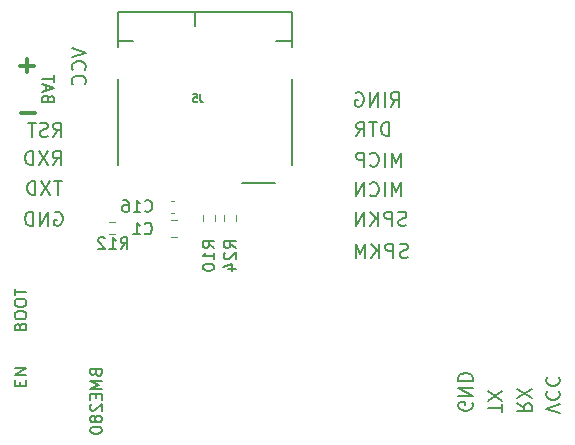
<source format=gbr>
%TF.GenerationSoftware,KiCad,Pcbnew,7.0.2*%
%TF.CreationDate,2024-04-03T12:52:24+03:00*%
%TF.ProjectId,gps_tracer,6770735f-7472-4616-9365-722e6b696361,rev?*%
%TF.SameCoordinates,Original*%
%TF.FileFunction,Legend,Bot*%
%TF.FilePolarity,Positive*%
%FSLAX46Y46*%
G04 Gerber Fmt 4.6, Leading zero omitted, Abs format (unit mm)*
G04 Created by KiCad (PCBNEW 7.0.2) date 2024-04-03 12:52:24*
%MOMM*%
%LPD*%
G01*
G04 APERTURE LIST*
%ADD10C,0.300000*%
%ADD11C,0.150000*%
%ADD12C,0.200000*%
%ADD13C,0.120000*%
G04 APERTURE END LIST*
D10*
X50902857Y-45765000D02*
X49760000Y-45765000D01*
X50832857Y-41735000D02*
X49690000Y-41735000D01*
X50261428Y-42306428D02*
X50261428Y-41163571D01*
D11*
X52076190Y-44508571D02*
X52028571Y-44365714D01*
X52028571Y-44365714D02*
X51980952Y-44318095D01*
X51980952Y-44318095D02*
X51885714Y-44270476D01*
X51885714Y-44270476D02*
X51742857Y-44270476D01*
X51742857Y-44270476D02*
X51647619Y-44318095D01*
X51647619Y-44318095D02*
X51600000Y-44365714D01*
X51600000Y-44365714D02*
X51552380Y-44460952D01*
X51552380Y-44460952D02*
X51552380Y-44841904D01*
X51552380Y-44841904D02*
X52552380Y-44841904D01*
X52552380Y-44841904D02*
X52552380Y-44508571D01*
X52552380Y-44508571D02*
X52504761Y-44413333D01*
X52504761Y-44413333D02*
X52457142Y-44365714D01*
X52457142Y-44365714D02*
X52361904Y-44318095D01*
X52361904Y-44318095D02*
X52266666Y-44318095D01*
X52266666Y-44318095D02*
X52171428Y-44365714D01*
X52171428Y-44365714D02*
X52123809Y-44413333D01*
X52123809Y-44413333D02*
X52076190Y-44508571D01*
X52076190Y-44508571D02*
X52076190Y-44841904D01*
X51838095Y-43889523D02*
X51838095Y-43413333D01*
X51552380Y-43984761D02*
X52552380Y-43651428D01*
X52552380Y-43651428D02*
X51552380Y-43318095D01*
X52552380Y-43127618D02*
X52552380Y-42556190D01*
X51552380Y-42841904D02*
X52552380Y-42841904D01*
D12*
%TO.C,U6*%
X91792057Y-70304371D02*
X92363485Y-70704371D01*
X91792057Y-70990085D02*
X92992057Y-70990085D01*
X92992057Y-70990085D02*
X92992057Y-70532942D01*
X92992057Y-70532942D02*
X92934914Y-70418657D01*
X92934914Y-70418657D02*
X92877771Y-70361514D01*
X92877771Y-70361514D02*
X92763485Y-70304371D01*
X92763485Y-70304371D02*
X92592057Y-70304371D01*
X92592057Y-70304371D02*
X92477771Y-70361514D01*
X92477771Y-70361514D02*
X92420628Y-70418657D01*
X92420628Y-70418657D02*
X92363485Y-70532942D01*
X92363485Y-70532942D02*
X92363485Y-70990085D01*
X92992057Y-69904371D02*
X91792057Y-69104371D01*
X92992057Y-69104371D02*
X91792057Y-69904371D01*
X95392057Y-71161514D02*
X94192057Y-70761514D01*
X94192057Y-70761514D02*
X95392057Y-70361514D01*
X94306342Y-69275800D02*
X94249200Y-69332943D01*
X94249200Y-69332943D02*
X94192057Y-69504371D01*
X94192057Y-69504371D02*
X94192057Y-69618657D01*
X94192057Y-69618657D02*
X94249200Y-69790086D01*
X94249200Y-69790086D02*
X94363485Y-69904371D01*
X94363485Y-69904371D02*
X94477771Y-69961514D01*
X94477771Y-69961514D02*
X94706342Y-70018657D01*
X94706342Y-70018657D02*
X94877771Y-70018657D01*
X94877771Y-70018657D02*
X95106342Y-69961514D01*
X95106342Y-69961514D02*
X95220628Y-69904371D01*
X95220628Y-69904371D02*
X95334914Y-69790086D01*
X95334914Y-69790086D02*
X95392057Y-69618657D01*
X95392057Y-69618657D02*
X95392057Y-69504371D01*
X95392057Y-69504371D02*
X95334914Y-69332943D01*
X95334914Y-69332943D02*
X95277771Y-69275800D01*
X94306342Y-68075800D02*
X94249200Y-68132943D01*
X94249200Y-68132943D02*
X94192057Y-68304371D01*
X94192057Y-68304371D02*
X94192057Y-68418657D01*
X94192057Y-68418657D02*
X94249200Y-68590086D01*
X94249200Y-68590086D02*
X94363485Y-68704371D01*
X94363485Y-68704371D02*
X94477771Y-68761514D01*
X94477771Y-68761514D02*
X94706342Y-68818657D01*
X94706342Y-68818657D02*
X94877771Y-68818657D01*
X94877771Y-68818657D02*
X95106342Y-68761514D01*
X95106342Y-68761514D02*
X95220628Y-68704371D01*
X95220628Y-68704371D02*
X95334914Y-68590086D01*
X95334914Y-68590086D02*
X95392057Y-68418657D01*
X95392057Y-68418657D02*
X95392057Y-68304371D01*
X95392057Y-68304371D02*
X95334914Y-68132943D01*
X95334914Y-68132943D02*
X95277771Y-68075800D01*
X87934914Y-70261514D02*
X87992057Y-70375800D01*
X87992057Y-70375800D02*
X87992057Y-70547228D01*
X87992057Y-70547228D02*
X87934914Y-70718657D01*
X87934914Y-70718657D02*
X87820628Y-70832942D01*
X87820628Y-70832942D02*
X87706342Y-70890085D01*
X87706342Y-70890085D02*
X87477771Y-70947228D01*
X87477771Y-70947228D02*
X87306342Y-70947228D01*
X87306342Y-70947228D02*
X87077771Y-70890085D01*
X87077771Y-70890085D02*
X86963485Y-70832942D01*
X86963485Y-70832942D02*
X86849200Y-70718657D01*
X86849200Y-70718657D02*
X86792057Y-70547228D01*
X86792057Y-70547228D02*
X86792057Y-70432942D01*
X86792057Y-70432942D02*
X86849200Y-70261514D01*
X86849200Y-70261514D02*
X86906342Y-70204371D01*
X86906342Y-70204371D02*
X87306342Y-70204371D01*
X87306342Y-70204371D02*
X87306342Y-70432942D01*
X86792057Y-69690085D02*
X87992057Y-69690085D01*
X87992057Y-69690085D02*
X86792057Y-69004371D01*
X86792057Y-69004371D02*
X87992057Y-69004371D01*
X86792057Y-68432942D02*
X87992057Y-68432942D01*
X87992057Y-68432942D02*
X87992057Y-68147228D01*
X87992057Y-68147228D02*
X87934914Y-67975799D01*
X87934914Y-67975799D02*
X87820628Y-67861514D01*
X87820628Y-67861514D02*
X87706342Y-67804371D01*
X87706342Y-67804371D02*
X87477771Y-67747228D01*
X87477771Y-67747228D02*
X87306342Y-67747228D01*
X87306342Y-67747228D02*
X87077771Y-67804371D01*
X87077771Y-67804371D02*
X86963485Y-67861514D01*
X86963485Y-67861514D02*
X86849200Y-67975799D01*
X86849200Y-67975799D02*
X86792057Y-68147228D01*
X86792057Y-68147228D02*
X86792057Y-68432942D01*
X90492057Y-71061514D02*
X90492057Y-70375800D01*
X89292057Y-70718657D02*
X90492057Y-70718657D01*
X90492057Y-70090085D02*
X89292057Y-69290085D01*
X90492057Y-69290085D02*
X89292057Y-70090085D01*
%TO.C,U7*%
X52605714Y-54150285D02*
X52720000Y-54093142D01*
X52720000Y-54093142D02*
X52891428Y-54093142D01*
X52891428Y-54093142D02*
X53062857Y-54150285D01*
X53062857Y-54150285D02*
X53177142Y-54264571D01*
X53177142Y-54264571D02*
X53234285Y-54378857D01*
X53234285Y-54378857D02*
X53291428Y-54607428D01*
X53291428Y-54607428D02*
X53291428Y-54778857D01*
X53291428Y-54778857D02*
X53234285Y-55007428D01*
X53234285Y-55007428D02*
X53177142Y-55121714D01*
X53177142Y-55121714D02*
X53062857Y-55236000D01*
X53062857Y-55236000D02*
X52891428Y-55293142D01*
X52891428Y-55293142D02*
X52777142Y-55293142D01*
X52777142Y-55293142D02*
X52605714Y-55236000D01*
X52605714Y-55236000D02*
X52548571Y-55178857D01*
X52548571Y-55178857D02*
X52548571Y-54778857D01*
X52548571Y-54778857D02*
X52777142Y-54778857D01*
X52034285Y-55293142D02*
X52034285Y-54093142D01*
X52034285Y-54093142D02*
X51348571Y-55293142D01*
X51348571Y-55293142D02*
X51348571Y-54093142D01*
X50777142Y-55293142D02*
X50777142Y-54093142D01*
X50777142Y-54093142D02*
X50491428Y-54093142D01*
X50491428Y-54093142D02*
X50319999Y-54150285D01*
X50319999Y-54150285D02*
X50205714Y-54264571D01*
X50205714Y-54264571D02*
X50148571Y-54378857D01*
X50148571Y-54378857D02*
X50091428Y-54607428D01*
X50091428Y-54607428D02*
X50091428Y-54778857D01*
X50091428Y-54778857D02*
X50148571Y-55007428D01*
X50148571Y-55007428D02*
X50205714Y-55121714D01*
X50205714Y-55121714D02*
X50319999Y-55236000D01*
X50319999Y-55236000D02*
X50491428Y-55293142D01*
X50491428Y-55293142D02*
X50777142Y-55293142D01*
X81934285Y-50293142D02*
X81934285Y-49093142D01*
X81934285Y-49093142D02*
X81534285Y-49950285D01*
X81534285Y-49950285D02*
X81134285Y-49093142D01*
X81134285Y-49093142D02*
X81134285Y-50293142D01*
X80562856Y-50293142D02*
X80562856Y-49093142D01*
X79305713Y-50178857D02*
X79362856Y-50236000D01*
X79362856Y-50236000D02*
X79534284Y-50293142D01*
X79534284Y-50293142D02*
X79648570Y-50293142D01*
X79648570Y-50293142D02*
X79819999Y-50236000D01*
X79819999Y-50236000D02*
X79934284Y-50121714D01*
X79934284Y-50121714D02*
X79991427Y-50007428D01*
X79991427Y-50007428D02*
X80048570Y-49778857D01*
X80048570Y-49778857D02*
X80048570Y-49607428D01*
X80048570Y-49607428D02*
X79991427Y-49378857D01*
X79991427Y-49378857D02*
X79934284Y-49264571D01*
X79934284Y-49264571D02*
X79819999Y-49150285D01*
X79819999Y-49150285D02*
X79648570Y-49093142D01*
X79648570Y-49093142D02*
X79534284Y-49093142D01*
X79534284Y-49093142D02*
X79362856Y-49150285D01*
X79362856Y-49150285D02*
X79305713Y-49207428D01*
X78791427Y-50293142D02*
X78791427Y-49093142D01*
X78791427Y-49093142D02*
X78334284Y-49093142D01*
X78334284Y-49093142D02*
X78219999Y-49150285D01*
X78219999Y-49150285D02*
X78162856Y-49207428D01*
X78162856Y-49207428D02*
X78105713Y-49321714D01*
X78105713Y-49321714D02*
X78105713Y-49493142D01*
X78105713Y-49493142D02*
X78162856Y-49607428D01*
X78162856Y-49607428D02*
X78219999Y-49664571D01*
X78219999Y-49664571D02*
X78334284Y-49721714D01*
X78334284Y-49721714D02*
X78791427Y-49721714D01*
X81934285Y-52793142D02*
X81934285Y-51593142D01*
X81934285Y-51593142D02*
X81534285Y-52450285D01*
X81534285Y-52450285D02*
X81134285Y-51593142D01*
X81134285Y-51593142D02*
X81134285Y-52793142D01*
X80562856Y-52793142D02*
X80562856Y-51593142D01*
X79305713Y-52678857D02*
X79362856Y-52736000D01*
X79362856Y-52736000D02*
X79534284Y-52793142D01*
X79534284Y-52793142D02*
X79648570Y-52793142D01*
X79648570Y-52793142D02*
X79819999Y-52736000D01*
X79819999Y-52736000D02*
X79934284Y-52621714D01*
X79934284Y-52621714D02*
X79991427Y-52507428D01*
X79991427Y-52507428D02*
X80048570Y-52278857D01*
X80048570Y-52278857D02*
X80048570Y-52107428D01*
X80048570Y-52107428D02*
X79991427Y-51878857D01*
X79991427Y-51878857D02*
X79934284Y-51764571D01*
X79934284Y-51764571D02*
X79819999Y-51650285D01*
X79819999Y-51650285D02*
X79648570Y-51593142D01*
X79648570Y-51593142D02*
X79534284Y-51593142D01*
X79534284Y-51593142D02*
X79362856Y-51650285D01*
X79362856Y-51650285D02*
X79305713Y-51707428D01*
X78791427Y-52793142D02*
X78791427Y-51593142D01*
X78791427Y-51593142D02*
X78105713Y-52793142D01*
X78105713Y-52793142D02*
X78105713Y-51593142D01*
X82491428Y-57936000D02*
X82320000Y-57993142D01*
X82320000Y-57993142D02*
X82034285Y-57993142D01*
X82034285Y-57993142D02*
X81920000Y-57936000D01*
X81920000Y-57936000D02*
X81862857Y-57878857D01*
X81862857Y-57878857D02*
X81805714Y-57764571D01*
X81805714Y-57764571D02*
X81805714Y-57650285D01*
X81805714Y-57650285D02*
X81862857Y-57536000D01*
X81862857Y-57536000D02*
X81920000Y-57478857D01*
X81920000Y-57478857D02*
X82034285Y-57421714D01*
X82034285Y-57421714D02*
X82262857Y-57364571D01*
X82262857Y-57364571D02*
X82377142Y-57307428D01*
X82377142Y-57307428D02*
X82434285Y-57250285D01*
X82434285Y-57250285D02*
X82491428Y-57136000D01*
X82491428Y-57136000D02*
X82491428Y-57021714D01*
X82491428Y-57021714D02*
X82434285Y-56907428D01*
X82434285Y-56907428D02*
X82377142Y-56850285D01*
X82377142Y-56850285D02*
X82262857Y-56793142D01*
X82262857Y-56793142D02*
X81977142Y-56793142D01*
X81977142Y-56793142D02*
X81805714Y-56850285D01*
X81291428Y-57993142D02*
X81291428Y-56793142D01*
X81291428Y-56793142D02*
X80834285Y-56793142D01*
X80834285Y-56793142D02*
X80720000Y-56850285D01*
X80720000Y-56850285D02*
X80662857Y-56907428D01*
X80662857Y-56907428D02*
X80605714Y-57021714D01*
X80605714Y-57021714D02*
X80605714Y-57193142D01*
X80605714Y-57193142D02*
X80662857Y-57307428D01*
X80662857Y-57307428D02*
X80720000Y-57364571D01*
X80720000Y-57364571D02*
X80834285Y-57421714D01*
X80834285Y-57421714D02*
X81291428Y-57421714D01*
X80091428Y-57993142D02*
X80091428Y-56793142D01*
X79405714Y-57993142D02*
X79920000Y-57307428D01*
X79405714Y-56793142D02*
X80091428Y-57478857D01*
X78891428Y-57993142D02*
X78891428Y-56793142D01*
X78891428Y-56793142D02*
X78491428Y-57650285D01*
X78491428Y-57650285D02*
X78091428Y-56793142D01*
X78091428Y-56793142D02*
X78091428Y-57993142D01*
X52478571Y-47753142D02*
X52878571Y-47181714D01*
X53164285Y-47753142D02*
X53164285Y-46553142D01*
X53164285Y-46553142D02*
X52707142Y-46553142D01*
X52707142Y-46553142D02*
X52592857Y-46610285D01*
X52592857Y-46610285D02*
X52535714Y-46667428D01*
X52535714Y-46667428D02*
X52478571Y-46781714D01*
X52478571Y-46781714D02*
X52478571Y-46953142D01*
X52478571Y-46953142D02*
X52535714Y-47067428D01*
X52535714Y-47067428D02*
X52592857Y-47124571D01*
X52592857Y-47124571D02*
X52707142Y-47181714D01*
X52707142Y-47181714D02*
X53164285Y-47181714D01*
X52021428Y-47696000D02*
X51850000Y-47753142D01*
X51850000Y-47753142D02*
X51564285Y-47753142D01*
X51564285Y-47753142D02*
X51450000Y-47696000D01*
X51450000Y-47696000D02*
X51392857Y-47638857D01*
X51392857Y-47638857D02*
X51335714Y-47524571D01*
X51335714Y-47524571D02*
X51335714Y-47410285D01*
X51335714Y-47410285D02*
X51392857Y-47296000D01*
X51392857Y-47296000D02*
X51450000Y-47238857D01*
X51450000Y-47238857D02*
X51564285Y-47181714D01*
X51564285Y-47181714D02*
X51792857Y-47124571D01*
X51792857Y-47124571D02*
X51907142Y-47067428D01*
X51907142Y-47067428D02*
X51964285Y-47010285D01*
X51964285Y-47010285D02*
X52021428Y-46896000D01*
X52021428Y-46896000D02*
X52021428Y-46781714D01*
X52021428Y-46781714D02*
X51964285Y-46667428D01*
X51964285Y-46667428D02*
X51907142Y-46610285D01*
X51907142Y-46610285D02*
X51792857Y-46553142D01*
X51792857Y-46553142D02*
X51507142Y-46553142D01*
X51507142Y-46553142D02*
X51335714Y-46610285D01*
X50992857Y-46553142D02*
X50307143Y-46553142D01*
X50650000Y-47753142D02*
X50650000Y-46553142D01*
X53205714Y-51493142D02*
X52520000Y-51493142D01*
X52862857Y-52693142D02*
X52862857Y-51493142D01*
X52234285Y-51493142D02*
X51434285Y-52693142D01*
X51434285Y-51493142D02*
X52234285Y-52693142D01*
X50977142Y-52693142D02*
X50977142Y-51493142D01*
X50977142Y-51493142D02*
X50691428Y-51493142D01*
X50691428Y-51493142D02*
X50519999Y-51550285D01*
X50519999Y-51550285D02*
X50405714Y-51664571D01*
X50405714Y-51664571D02*
X50348571Y-51778857D01*
X50348571Y-51778857D02*
X50291428Y-52007428D01*
X50291428Y-52007428D02*
X50291428Y-52178857D01*
X50291428Y-52178857D02*
X50348571Y-52407428D01*
X50348571Y-52407428D02*
X50405714Y-52521714D01*
X50405714Y-52521714D02*
X50519999Y-52636000D01*
X50519999Y-52636000D02*
X50691428Y-52693142D01*
X50691428Y-52693142D02*
X50977142Y-52693142D01*
X54053142Y-40224285D02*
X55253142Y-40624285D01*
X55253142Y-40624285D02*
X54053142Y-41024285D01*
X55138857Y-42109999D02*
X55196000Y-42052856D01*
X55196000Y-42052856D02*
X55253142Y-41881428D01*
X55253142Y-41881428D02*
X55253142Y-41767142D01*
X55253142Y-41767142D02*
X55196000Y-41595713D01*
X55196000Y-41595713D02*
X55081714Y-41481428D01*
X55081714Y-41481428D02*
X54967428Y-41424285D01*
X54967428Y-41424285D02*
X54738857Y-41367142D01*
X54738857Y-41367142D02*
X54567428Y-41367142D01*
X54567428Y-41367142D02*
X54338857Y-41424285D01*
X54338857Y-41424285D02*
X54224571Y-41481428D01*
X54224571Y-41481428D02*
X54110285Y-41595713D01*
X54110285Y-41595713D02*
X54053142Y-41767142D01*
X54053142Y-41767142D02*
X54053142Y-41881428D01*
X54053142Y-41881428D02*
X54110285Y-42052856D01*
X54110285Y-42052856D02*
X54167428Y-42109999D01*
X55138857Y-43309999D02*
X55196000Y-43252856D01*
X55196000Y-43252856D02*
X55253142Y-43081428D01*
X55253142Y-43081428D02*
X55253142Y-42967142D01*
X55253142Y-42967142D02*
X55196000Y-42795713D01*
X55196000Y-42795713D02*
X55081714Y-42681428D01*
X55081714Y-42681428D02*
X54967428Y-42624285D01*
X54967428Y-42624285D02*
X54738857Y-42567142D01*
X54738857Y-42567142D02*
X54567428Y-42567142D01*
X54567428Y-42567142D02*
X54338857Y-42624285D01*
X54338857Y-42624285D02*
X54224571Y-42681428D01*
X54224571Y-42681428D02*
X54110285Y-42795713D01*
X54110285Y-42795713D02*
X54053142Y-42967142D01*
X54053142Y-42967142D02*
X54053142Y-43081428D01*
X54053142Y-43081428D02*
X54110285Y-43252856D01*
X54110285Y-43252856D02*
X54167428Y-43309999D01*
X81048571Y-45193142D02*
X81448571Y-44621714D01*
X81734285Y-45193142D02*
X81734285Y-43993142D01*
X81734285Y-43993142D02*
X81277142Y-43993142D01*
X81277142Y-43993142D02*
X81162857Y-44050285D01*
X81162857Y-44050285D02*
X81105714Y-44107428D01*
X81105714Y-44107428D02*
X81048571Y-44221714D01*
X81048571Y-44221714D02*
X81048571Y-44393142D01*
X81048571Y-44393142D02*
X81105714Y-44507428D01*
X81105714Y-44507428D02*
X81162857Y-44564571D01*
X81162857Y-44564571D02*
X81277142Y-44621714D01*
X81277142Y-44621714D02*
X81734285Y-44621714D01*
X80534285Y-45193142D02*
X80534285Y-43993142D01*
X79962856Y-45193142D02*
X79962856Y-43993142D01*
X79962856Y-43993142D02*
X79277142Y-45193142D01*
X79277142Y-45193142D02*
X79277142Y-43993142D01*
X78077142Y-44050285D02*
X78191428Y-43993142D01*
X78191428Y-43993142D02*
X78362856Y-43993142D01*
X78362856Y-43993142D02*
X78534285Y-44050285D01*
X78534285Y-44050285D02*
X78648570Y-44164571D01*
X78648570Y-44164571D02*
X78705713Y-44278857D01*
X78705713Y-44278857D02*
X78762856Y-44507428D01*
X78762856Y-44507428D02*
X78762856Y-44678857D01*
X78762856Y-44678857D02*
X78705713Y-44907428D01*
X78705713Y-44907428D02*
X78648570Y-45021714D01*
X78648570Y-45021714D02*
X78534285Y-45136000D01*
X78534285Y-45136000D02*
X78362856Y-45193142D01*
X78362856Y-45193142D02*
X78248570Y-45193142D01*
X78248570Y-45193142D02*
X78077142Y-45136000D01*
X78077142Y-45136000D02*
X78019999Y-45078857D01*
X78019999Y-45078857D02*
X78019999Y-44678857D01*
X78019999Y-44678857D02*
X78248570Y-44678857D01*
X52448571Y-50148142D02*
X52848571Y-49576714D01*
X53134285Y-50148142D02*
X53134285Y-48948142D01*
X53134285Y-48948142D02*
X52677142Y-48948142D01*
X52677142Y-48948142D02*
X52562857Y-49005285D01*
X52562857Y-49005285D02*
X52505714Y-49062428D01*
X52505714Y-49062428D02*
X52448571Y-49176714D01*
X52448571Y-49176714D02*
X52448571Y-49348142D01*
X52448571Y-49348142D02*
X52505714Y-49462428D01*
X52505714Y-49462428D02*
X52562857Y-49519571D01*
X52562857Y-49519571D02*
X52677142Y-49576714D01*
X52677142Y-49576714D02*
X53134285Y-49576714D01*
X52048571Y-48948142D02*
X51248571Y-50148142D01*
X51248571Y-48948142D02*
X52048571Y-50148142D01*
X50791428Y-50148142D02*
X50791428Y-48948142D01*
X50791428Y-48948142D02*
X50505714Y-48948142D01*
X50505714Y-48948142D02*
X50334285Y-49005285D01*
X50334285Y-49005285D02*
X50220000Y-49119571D01*
X50220000Y-49119571D02*
X50162857Y-49233857D01*
X50162857Y-49233857D02*
X50105714Y-49462428D01*
X50105714Y-49462428D02*
X50105714Y-49633857D01*
X50105714Y-49633857D02*
X50162857Y-49862428D01*
X50162857Y-49862428D02*
X50220000Y-49976714D01*
X50220000Y-49976714D02*
X50334285Y-50091000D01*
X50334285Y-50091000D02*
X50505714Y-50148142D01*
X50505714Y-50148142D02*
X50791428Y-50148142D01*
X80934285Y-47693142D02*
X80934285Y-46493142D01*
X80934285Y-46493142D02*
X80648571Y-46493142D01*
X80648571Y-46493142D02*
X80477142Y-46550285D01*
X80477142Y-46550285D02*
X80362857Y-46664571D01*
X80362857Y-46664571D02*
X80305714Y-46778857D01*
X80305714Y-46778857D02*
X80248571Y-47007428D01*
X80248571Y-47007428D02*
X80248571Y-47178857D01*
X80248571Y-47178857D02*
X80305714Y-47407428D01*
X80305714Y-47407428D02*
X80362857Y-47521714D01*
X80362857Y-47521714D02*
X80477142Y-47636000D01*
X80477142Y-47636000D02*
X80648571Y-47693142D01*
X80648571Y-47693142D02*
X80934285Y-47693142D01*
X79905714Y-46493142D02*
X79220000Y-46493142D01*
X79562857Y-47693142D02*
X79562857Y-46493142D01*
X78134285Y-47693142D02*
X78534285Y-47121714D01*
X78819999Y-47693142D02*
X78819999Y-46493142D01*
X78819999Y-46493142D02*
X78362856Y-46493142D01*
X78362856Y-46493142D02*
X78248571Y-46550285D01*
X78248571Y-46550285D02*
X78191428Y-46607428D01*
X78191428Y-46607428D02*
X78134285Y-46721714D01*
X78134285Y-46721714D02*
X78134285Y-46893142D01*
X78134285Y-46893142D02*
X78191428Y-47007428D01*
X78191428Y-47007428D02*
X78248571Y-47064571D01*
X78248571Y-47064571D02*
X78362856Y-47121714D01*
X78362856Y-47121714D02*
X78819999Y-47121714D01*
X82391428Y-55236000D02*
X82220000Y-55293142D01*
X82220000Y-55293142D02*
X81934285Y-55293142D01*
X81934285Y-55293142D02*
X81820000Y-55236000D01*
X81820000Y-55236000D02*
X81762857Y-55178857D01*
X81762857Y-55178857D02*
X81705714Y-55064571D01*
X81705714Y-55064571D02*
X81705714Y-54950285D01*
X81705714Y-54950285D02*
X81762857Y-54836000D01*
X81762857Y-54836000D02*
X81820000Y-54778857D01*
X81820000Y-54778857D02*
X81934285Y-54721714D01*
X81934285Y-54721714D02*
X82162857Y-54664571D01*
X82162857Y-54664571D02*
X82277142Y-54607428D01*
X82277142Y-54607428D02*
X82334285Y-54550285D01*
X82334285Y-54550285D02*
X82391428Y-54436000D01*
X82391428Y-54436000D02*
X82391428Y-54321714D01*
X82391428Y-54321714D02*
X82334285Y-54207428D01*
X82334285Y-54207428D02*
X82277142Y-54150285D01*
X82277142Y-54150285D02*
X82162857Y-54093142D01*
X82162857Y-54093142D02*
X81877142Y-54093142D01*
X81877142Y-54093142D02*
X81705714Y-54150285D01*
X81191428Y-55293142D02*
X81191428Y-54093142D01*
X81191428Y-54093142D02*
X80734285Y-54093142D01*
X80734285Y-54093142D02*
X80620000Y-54150285D01*
X80620000Y-54150285D02*
X80562857Y-54207428D01*
X80562857Y-54207428D02*
X80505714Y-54321714D01*
X80505714Y-54321714D02*
X80505714Y-54493142D01*
X80505714Y-54493142D02*
X80562857Y-54607428D01*
X80562857Y-54607428D02*
X80620000Y-54664571D01*
X80620000Y-54664571D02*
X80734285Y-54721714D01*
X80734285Y-54721714D02*
X81191428Y-54721714D01*
X79991428Y-55293142D02*
X79991428Y-54093142D01*
X79305714Y-55293142D02*
X79820000Y-54607428D01*
X79305714Y-54093142D02*
X79991428Y-54778857D01*
X78791428Y-55293142D02*
X78791428Y-54093142D01*
X78791428Y-54093142D02*
X78105714Y-55293142D01*
X78105714Y-55293142D02*
X78105714Y-54093142D01*
D11*
%TO.C,SW1*%
X49688809Y-68838094D02*
X49688809Y-68504761D01*
X50212619Y-68361904D02*
X50212619Y-68838094D01*
X50212619Y-68838094D02*
X49212619Y-68838094D01*
X49212619Y-68838094D02*
X49212619Y-68361904D01*
X50212619Y-67933332D02*
X49212619Y-67933332D01*
X49212619Y-67933332D02*
X50212619Y-67361904D01*
X50212619Y-67361904D02*
X49212619Y-67361904D01*
%TO.C,SW2*%
X49688809Y-63807142D02*
X49736428Y-63664285D01*
X49736428Y-63664285D02*
X49784047Y-63616666D01*
X49784047Y-63616666D02*
X49879285Y-63569047D01*
X49879285Y-63569047D02*
X50022142Y-63569047D01*
X50022142Y-63569047D02*
X50117380Y-63616666D01*
X50117380Y-63616666D02*
X50165000Y-63664285D01*
X50165000Y-63664285D02*
X50212619Y-63759523D01*
X50212619Y-63759523D02*
X50212619Y-64140475D01*
X50212619Y-64140475D02*
X49212619Y-64140475D01*
X49212619Y-64140475D02*
X49212619Y-63807142D01*
X49212619Y-63807142D02*
X49260238Y-63711904D01*
X49260238Y-63711904D02*
X49307857Y-63664285D01*
X49307857Y-63664285D02*
X49403095Y-63616666D01*
X49403095Y-63616666D02*
X49498333Y-63616666D01*
X49498333Y-63616666D02*
X49593571Y-63664285D01*
X49593571Y-63664285D02*
X49641190Y-63711904D01*
X49641190Y-63711904D02*
X49688809Y-63807142D01*
X49688809Y-63807142D02*
X49688809Y-64140475D01*
X49212619Y-62949999D02*
X49212619Y-62759523D01*
X49212619Y-62759523D02*
X49260238Y-62664285D01*
X49260238Y-62664285D02*
X49355476Y-62569047D01*
X49355476Y-62569047D02*
X49545952Y-62521428D01*
X49545952Y-62521428D02*
X49879285Y-62521428D01*
X49879285Y-62521428D02*
X50069761Y-62569047D01*
X50069761Y-62569047D02*
X50165000Y-62664285D01*
X50165000Y-62664285D02*
X50212619Y-62759523D01*
X50212619Y-62759523D02*
X50212619Y-62949999D01*
X50212619Y-62949999D02*
X50165000Y-63045237D01*
X50165000Y-63045237D02*
X50069761Y-63140475D01*
X50069761Y-63140475D02*
X49879285Y-63188094D01*
X49879285Y-63188094D02*
X49545952Y-63188094D01*
X49545952Y-63188094D02*
X49355476Y-63140475D01*
X49355476Y-63140475D02*
X49260238Y-63045237D01*
X49260238Y-63045237D02*
X49212619Y-62949999D01*
X49212619Y-61902380D02*
X49212619Y-61711904D01*
X49212619Y-61711904D02*
X49260238Y-61616666D01*
X49260238Y-61616666D02*
X49355476Y-61521428D01*
X49355476Y-61521428D02*
X49545952Y-61473809D01*
X49545952Y-61473809D02*
X49879285Y-61473809D01*
X49879285Y-61473809D02*
X50069761Y-61521428D01*
X50069761Y-61521428D02*
X50165000Y-61616666D01*
X50165000Y-61616666D02*
X50212619Y-61711904D01*
X50212619Y-61711904D02*
X50212619Y-61902380D01*
X50212619Y-61902380D02*
X50165000Y-61997618D01*
X50165000Y-61997618D02*
X50069761Y-62092856D01*
X50069761Y-62092856D02*
X49879285Y-62140475D01*
X49879285Y-62140475D02*
X49545952Y-62140475D01*
X49545952Y-62140475D02*
X49355476Y-62092856D01*
X49355476Y-62092856D02*
X49260238Y-61997618D01*
X49260238Y-61997618D02*
X49212619Y-61902380D01*
X49212619Y-61188094D02*
X49212619Y-60616666D01*
X50212619Y-60902380D02*
X49212619Y-60902380D01*
%TO.C,U5*%
X56083809Y-67731547D02*
X56131428Y-67874404D01*
X56131428Y-67874404D02*
X56179047Y-67922023D01*
X56179047Y-67922023D02*
X56274285Y-67969642D01*
X56274285Y-67969642D02*
X56417142Y-67969642D01*
X56417142Y-67969642D02*
X56512380Y-67922023D01*
X56512380Y-67922023D02*
X56560000Y-67874404D01*
X56560000Y-67874404D02*
X56607619Y-67779166D01*
X56607619Y-67779166D02*
X56607619Y-67398214D01*
X56607619Y-67398214D02*
X55607619Y-67398214D01*
X55607619Y-67398214D02*
X55607619Y-67731547D01*
X55607619Y-67731547D02*
X55655238Y-67826785D01*
X55655238Y-67826785D02*
X55702857Y-67874404D01*
X55702857Y-67874404D02*
X55798095Y-67922023D01*
X55798095Y-67922023D02*
X55893333Y-67922023D01*
X55893333Y-67922023D02*
X55988571Y-67874404D01*
X55988571Y-67874404D02*
X56036190Y-67826785D01*
X56036190Y-67826785D02*
X56083809Y-67731547D01*
X56083809Y-67731547D02*
X56083809Y-67398214D01*
X56607619Y-68398214D02*
X55607619Y-68398214D01*
X55607619Y-68398214D02*
X56321904Y-68731547D01*
X56321904Y-68731547D02*
X55607619Y-69064880D01*
X55607619Y-69064880D02*
X56607619Y-69064880D01*
X56083809Y-69541071D02*
X56083809Y-69874404D01*
X56607619Y-70017261D02*
X56607619Y-69541071D01*
X56607619Y-69541071D02*
X55607619Y-69541071D01*
X55607619Y-69541071D02*
X55607619Y-70017261D01*
X55702857Y-70398214D02*
X55655238Y-70445833D01*
X55655238Y-70445833D02*
X55607619Y-70541071D01*
X55607619Y-70541071D02*
X55607619Y-70779166D01*
X55607619Y-70779166D02*
X55655238Y-70874404D01*
X55655238Y-70874404D02*
X55702857Y-70922023D01*
X55702857Y-70922023D02*
X55798095Y-70969642D01*
X55798095Y-70969642D02*
X55893333Y-70969642D01*
X55893333Y-70969642D02*
X56036190Y-70922023D01*
X56036190Y-70922023D02*
X56607619Y-70350595D01*
X56607619Y-70350595D02*
X56607619Y-70969642D01*
X56036190Y-71541071D02*
X55988571Y-71445833D01*
X55988571Y-71445833D02*
X55940952Y-71398214D01*
X55940952Y-71398214D02*
X55845714Y-71350595D01*
X55845714Y-71350595D02*
X55798095Y-71350595D01*
X55798095Y-71350595D02*
X55702857Y-71398214D01*
X55702857Y-71398214D02*
X55655238Y-71445833D01*
X55655238Y-71445833D02*
X55607619Y-71541071D01*
X55607619Y-71541071D02*
X55607619Y-71731547D01*
X55607619Y-71731547D02*
X55655238Y-71826785D01*
X55655238Y-71826785D02*
X55702857Y-71874404D01*
X55702857Y-71874404D02*
X55798095Y-71922023D01*
X55798095Y-71922023D02*
X55845714Y-71922023D01*
X55845714Y-71922023D02*
X55940952Y-71874404D01*
X55940952Y-71874404D02*
X55988571Y-71826785D01*
X55988571Y-71826785D02*
X56036190Y-71731547D01*
X56036190Y-71731547D02*
X56036190Y-71541071D01*
X56036190Y-71541071D02*
X56083809Y-71445833D01*
X56083809Y-71445833D02*
X56131428Y-71398214D01*
X56131428Y-71398214D02*
X56226666Y-71350595D01*
X56226666Y-71350595D02*
X56417142Y-71350595D01*
X56417142Y-71350595D02*
X56512380Y-71398214D01*
X56512380Y-71398214D02*
X56560000Y-71445833D01*
X56560000Y-71445833D02*
X56607619Y-71541071D01*
X56607619Y-71541071D02*
X56607619Y-71731547D01*
X56607619Y-71731547D02*
X56560000Y-71826785D01*
X56560000Y-71826785D02*
X56512380Y-71874404D01*
X56512380Y-71874404D02*
X56417142Y-71922023D01*
X56417142Y-71922023D02*
X56226666Y-71922023D01*
X56226666Y-71922023D02*
X56131428Y-71874404D01*
X56131428Y-71874404D02*
X56083809Y-71826785D01*
X56083809Y-71826785D02*
X56036190Y-71731547D01*
X55607619Y-72541071D02*
X55607619Y-72636309D01*
X55607619Y-72636309D02*
X55655238Y-72731547D01*
X55655238Y-72731547D02*
X55702857Y-72779166D01*
X55702857Y-72779166D02*
X55798095Y-72826785D01*
X55798095Y-72826785D02*
X55988571Y-72874404D01*
X55988571Y-72874404D02*
X56226666Y-72874404D01*
X56226666Y-72874404D02*
X56417142Y-72826785D01*
X56417142Y-72826785D02*
X56512380Y-72779166D01*
X56512380Y-72779166D02*
X56560000Y-72731547D01*
X56560000Y-72731547D02*
X56607619Y-72636309D01*
X56607619Y-72636309D02*
X56607619Y-72541071D01*
X56607619Y-72541071D02*
X56560000Y-72445833D01*
X56560000Y-72445833D02*
X56512380Y-72398214D01*
X56512380Y-72398214D02*
X56417142Y-72350595D01*
X56417142Y-72350595D02*
X56226666Y-72302976D01*
X56226666Y-72302976D02*
X55988571Y-72302976D01*
X55988571Y-72302976D02*
X55798095Y-72350595D01*
X55798095Y-72350595D02*
X55702857Y-72398214D01*
X55702857Y-72398214D02*
X55655238Y-72445833D01*
X55655238Y-72445833D02*
X55607619Y-72541071D01*
%TO.C,R10*%
X66130087Y-57169197D02*
X65653896Y-56835864D01*
X66130087Y-56597769D02*
X65130087Y-56597769D01*
X65130087Y-56597769D02*
X65130087Y-56978721D01*
X65130087Y-56978721D02*
X65177706Y-57073959D01*
X65177706Y-57073959D02*
X65225325Y-57121578D01*
X65225325Y-57121578D02*
X65320563Y-57169197D01*
X65320563Y-57169197D02*
X65463420Y-57169197D01*
X65463420Y-57169197D02*
X65558658Y-57121578D01*
X65558658Y-57121578D02*
X65606277Y-57073959D01*
X65606277Y-57073959D02*
X65653896Y-56978721D01*
X65653896Y-56978721D02*
X65653896Y-56597769D01*
X66130087Y-58121578D02*
X66130087Y-57550150D01*
X66130087Y-57835864D02*
X65130087Y-57835864D01*
X65130087Y-57835864D02*
X65272944Y-57740626D01*
X65272944Y-57740626D02*
X65368182Y-57645388D01*
X65368182Y-57645388D02*
X65415801Y-57550150D01*
X65130087Y-58740626D02*
X65130087Y-58835864D01*
X65130087Y-58835864D02*
X65177706Y-58931102D01*
X65177706Y-58931102D02*
X65225325Y-58978721D01*
X65225325Y-58978721D02*
X65320563Y-59026340D01*
X65320563Y-59026340D02*
X65511039Y-59073959D01*
X65511039Y-59073959D02*
X65749134Y-59073959D01*
X65749134Y-59073959D02*
X65939610Y-59026340D01*
X65939610Y-59026340D02*
X66034848Y-58978721D01*
X66034848Y-58978721D02*
X66082468Y-58931102D01*
X66082468Y-58931102D02*
X66130087Y-58835864D01*
X66130087Y-58835864D02*
X66130087Y-58740626D01*
X66130087Y-58740626D02*
X66082468Y-58645388D01*
X66082468Y-58645388D02*
X66034848Y-58597769D01*
X66034848Y-58597769D02*
X65939610Y-58550150D01*
X65939610Y-58550150D02*
X65749134Y-58502531D01*
X65749134Y-58502531D02*
X65511039Y-58502531D01*
X65511039Y-58502531D02*
X65320563Y-58550150D01*
X65320563Y-58550150D02*
X65225325Y-58597769D01*
X65225325Y-58597769D02*
X65177706Y-58645388D01*
X65177706Y-58645388D02*
X65130087Y-58740626D01*
%TO.C,C16*%
X60239725Y-54013835D02*
X60287344Y-54061455D01*
X60287344Y-54061455D02*
X60430201Y-54109074D01*
X60430201Y-54109074D02*
X60525439Y-54109074D01*
X60525439Y-54109074D02*
X60668296Y-54061455D01*
X60668296Y-54061455D02*
X60763534Y-53966216D01*
X60763534Y-53966216D02*
X60811153Y-53870978D01*
X60811153Y-53870978D02*
X60858772Y-53680502D01*
X60858772Y-53680502D02*
X60858772Y-53537645D01*
X60858772Y-53537645D02*
X60811153Y-53347169D01*
X60811153Y-53347169D02*
X60763534Y-53251931D01*
X60763534Y-53251931D02*
X60668296Y-53156693D01*
X60668296Y-53156693D02*
X60525439Y-53109074D01*
X60525439Y-53109074D02*
X60430201Y-53109074D01*
X60430201Y-53109074D02*
X60287344Y-53156693D01*
X60287344Y-53156693D02*
X60239725Y-53204312D01*
X59287344Y-54109074D02*
X59858772Y-54109074D01*
X59573058Y-54109074D02*
X59573058Y-53109074D01*
X59573058Y-53109074D02*
X59668296Y-53251931D01*
X59668296Y-53251931D02*
X59763534Y-53347169D01*
X59763534Y-53347169D02*
X59858772Y-53394788D01*
X58430201Y-53109074D02*
X58620677Y-53109074D01*
X58620677Y-53109074D02*
X58715915Y-53156693D01*
X58715915Y-53156693D02*
X58763534Y-53204312D01*
X58763534Y-53204312D02*
X58858772Y-53347169D01*
X58858772Y-53347169D02*
X58906391Y-53537645D01*
X58906391Y-53537645D02*
X58906391Y-53918597D01*
X58906391Y-53918597D02*
X58858772Y-54013835D01*
X58858772Y-54013835D02*
X58811153Y-54061455D01*
X58811153Y-54061455D02*
X58715915Y-54109074D01*
X58715915Y-54109074D02*
X58525439Y-54109074D01*
X58525439Y-54109074D02*
X58430201Y-54061455D01*
X58430201Y-54061455D02*
X58382582Y-54013835D01*
X58382582Y-54013835D02*
X58334963Y-53918597D01*
X58334963Y-53918597D02*
X58334963Y-53680502D01*
X58334963Y-53680502D02*
X58382582Y-53585264D01*
X58382582Y-53585264D02*
X58430201Y-53537645D01*
X58430201Y-53537645D02*
X58525439Y-53490026D01*
X58525439Y-53490026D02*
X58715915Y-53490026D01*
X58715915Y-53490026D02*
X58811153Y-53537645D01*
X58811153Y-53537645D02*
X58858772Y-53585264D01*
X58858772Y-53585264D02*
X58906391Y-53680502D01*
%TO.C,C1*%
X60216666Y-55918835D02*
X60264285Y-55966455D01*
X60264285Y-55966455D02*
X60407142Y-56014074D01*
X60407142Y-56014074D02*
X60502380Y-56014074D01*
X60502380Y-56014074D02*
X60645237Y-55966455D01*
X60645237Y-55966455D02*
X60740475Y-55871216D01*
X60740475Y-55871216D02*
X60788094Y-55775978D01*
X60788094Y-55775978D02*
X60835713Y-55585502D01*
X60835713Y-55585502D02*
X60835713Y-55442645D01*
X60835713Y-55442645D02*
X60788094Y-55252169D01*
X60788094Y-55252169D02*
X60740475Y-55156931D01*
X60740475Y-55156931D02*
X60645237Y-55061693D01*
X60645237Y-55061693D02*
X60502380Y-55014074D01*
X60502380Y-55014074D02*
X60407142Y-55014074D01*
X60407142Y-55014074D02*
X60264285Y-55061693D01*
X60264285Y-55061693D02*
X60216666Y-55109312D01*
X59264285Y-56014074D02*
X59835713Y-56014074D01*
X59549999Y-56014074D02*
X59549999Y-55014074D01*
X59549999Y-55014074D02*
X59645237Y-55156931D01*
X59645237Y-55156931D02*
X59740475Y-55252169D01*
X59740475Y-55252169D02*
X59835713Y-55299788D01*
%TO.C,R12*%
X58192857Y-57262619D02*
X58526190Y-56786428D01*
X58764285Y-57262619D02*
X58764285Y-56262619D01*
X58764285Y-56262619D02*
X58383333Y-56262619D01*
X58383333Y-56262619D02*
X58288095Y-56310238D01*
X58288095Y-56310238D02*
X58240476Y-56357857D01*
X58240476Y-56357857D02*
X58192857Y-56453095D01*
X58192857Y-56453095D02*
X58192857Y-56595952D01*
X58192857Y-56595952D02*
X58240476Y-56691190D01*
X58240476Y-56691190D02*
X58288095Y-56738809D01*
X58288095Y-56738809D02*
X58383333Y-56786428D01*
X58383333Y-56786428D02*
X58764285Y-56786428D01*
X57240476Y-57262619D02*
X57811904Y-57262619D01*
X57526190Y-57262619D02*
X57526190Y-56262619D01*
X57526190Y-56262619D02*
X57621428Y-56405476D01*
X57621428Y-56405476D02*
X57716666Y-56500714D01*
X57716666Y-56500714D02*
X57811904Y-56548333D01*
X56859523Y-56357857D02*
X56811904Y-56310238D01*
X56811904Y-56310238D02*
X56716666Y-56262619D01*
X56716666Y-56262619D02*
X56478571Y-56262619D01*
X56478571Y-56262619D02*
X56383333Y-56310238D01*
X56383333Y-56310238D02*
X56335714Y-56357857D01*
X56335714Y-56357857D02*
X56288095Y-56453095D01*
X56288095Y-56453095D02*
X56288095Y-56548333D01*
X56288095Y-56548333D02*
X56335714Y-56691190D01*
X56335714Y-56691190D02*
X56907142Y-57262619D01*
X56907142Y-57262619D02*
X56288095Y-57262619D01*
%TO.C,R24*%
X67933487Y-57169197D02*
X67457296Y-56835864D01*
X67933487Y-56597769D02*
X66933487Y-56597769D01*
X66933487Y-56597769D02*
X66933487Y-56978721D01*
X66933487Y-56978721D02*
X66981106Y-57073959D01*
X66981106Y-57073959D02*
X67028725Y-57121578D01*
X67028725Y-57121578D02*
X67123963Y-57169197D01*
X67123963Y-57169197D02*
X67266820Y-57169197D01*
X67266820Y-57169197D02*
X67362058Y-57121578D01*
X67362058Y-57121578D02*
X67409677Y-57073959D01*
X67409677Y-57073959D02*
X67457296Y-56978721D01*
X67457296Y-56978721D02*
X67457296Y-56597769D01*
X67028725Y-57550150D02*
X66981106Y-57597769D01*
X66981106Y-57597769D02*
X66933487Y-57693007D01*
X66933487Y-57693007D02*
X66933487Y-57931102D01*
X66933487Y-57931102D02*
X66981106Y-58026340D01*
X66981106Y-58026340D02*
X67028725Y-58073959D01*
X67028725Y-58073959D02*
X67123963Y-58121578D01*
X67123963Y-58121578D02*
X67219201Y-58121578D01*
X67219201Y-58121578D02*
X67362058Y-58073959D01*
X67362058Y-58073959D02*
X67933487Y-57502531D01*
X67933487Y-57502531D02*
X67933487Y-58121578D01*
X67266820Y-58978721D02*
X67933487Y-58978721D01*
X66885868Y-58740626D02*
X67600153Y-58502531D01*
X67600153Y-58502531D02*
X67600153Y-59121578D01*
%TO.C,J5*%
X64941000Y-44158531D02*
X64941000Y-44615674D01*
X64941000Y-44615674D02*
X64971477Y-44707102D01*
X64971477Y-44707102D02*
X65032429Y-44768055D01*
X65032429Y-44768055D02*
X65123858Y-44798531D01*
X65123858Y-44798531D02*
X65184810Y-44798531D01*
X64331477Y-44158531D02*
X64636239Y-44158531D01*
X64636239Y-44158531D02*
X64666715Y-44463293D01*
X64666715Y-44463293D02*
X64636239Y-44432816D01*
X64636239Y-44432816D02*
X64575286Y-44402340D01*
X64575286Y-44402340D02*
X64422905Y-44402340D01*
X64422905Y-44402340D02*
X64361953Y-44432816D01*
X64361953Y-44432816D02*
X64331477Y-44463293D01*
X64331477Y-44463293D02*
X64301000Y-44524245D01*
X64301000Y-44524245D02*
X64301000Y-44676626D01*
X64301000Y-44676626D02*
X64331477Y-44737578D01*
X64331477Y-44737578D02*
X64361953Y-44768055D01*
X64361953Y-44768055D02*
X64422905Y-44798531D01*
X64422905Y-44798531D02*
X64575286Y-44798531D01*
X64575286Y-44798531D02*
X64636239Y-44768055D01*
X64636239Y-44768055D02*
X64666715Y-44737578D01*
D13*
%TO.C,R10*%
X65144968Y-54409631D02*
X65144968Y-54919079D01*
X66189968Y-54409631D02*
X66189968Y-54919079D01*
%TO.C,C16*%
X62713835Y-54181855D02*
X62421301Y-54181855D01*
X62713835Y-53161855D02*
X62421301Y-53161855D01*
%TO.C,C1*%
X63003820Y-56261055D02*
X62481316Y-56261055D01*
X63003820Y-54791055D02*
X62481316Y-54791055D01*
%TO.C,R12*%
X57232776Y-54977500D02*
X57742224Y-54977500D01*
X57232776Y-56022500D02*
X57742224Y-56022500D01*
%TO.C,R24*%
X66922968Y-54413431D02*
X66922968Y-54922879D01*
X67967968Y-54413431D02*
X67967968Y-54922879D01*
D11*
%TO.C,J5*%
X57971836Y-37149655D02*
X57971836Y-39649655D01*
X57971836Y-37149655D02*
X58986868Y-37149655D01*
X57971836Y-39638727D02*
X57971836Y-40116872D01*
X57971836Y-42877800D02*
X57971836Y-50127800D01*
X58986868Y-37149655D02*
X64486868Y-37149655D01*
X59236868Y-39649655D02*
X57971836Y-39649655D01*
X64486868Y-37149655D02*
X69986868Y-37149655D01*
X64486868Y-38349655D02*
X64486868Y-37149655D01*
X69921836Y-37149655D02*
X72721836Y-37149655D01*
X71221836Y-51627800D02*
X68471836Y-51627800D01*
X71321836Y-39649655D02*
X72721836Y-39649655D01*
X72721836Y-37149655D02*
X72721836Y-39649655D01*
X72721836Y-39649655D02*
X72721836Y-40127800D01*
X72721836Y-42877800D02*
X72721836Y-50127800D01*
%TD*%
M02*

</source>
